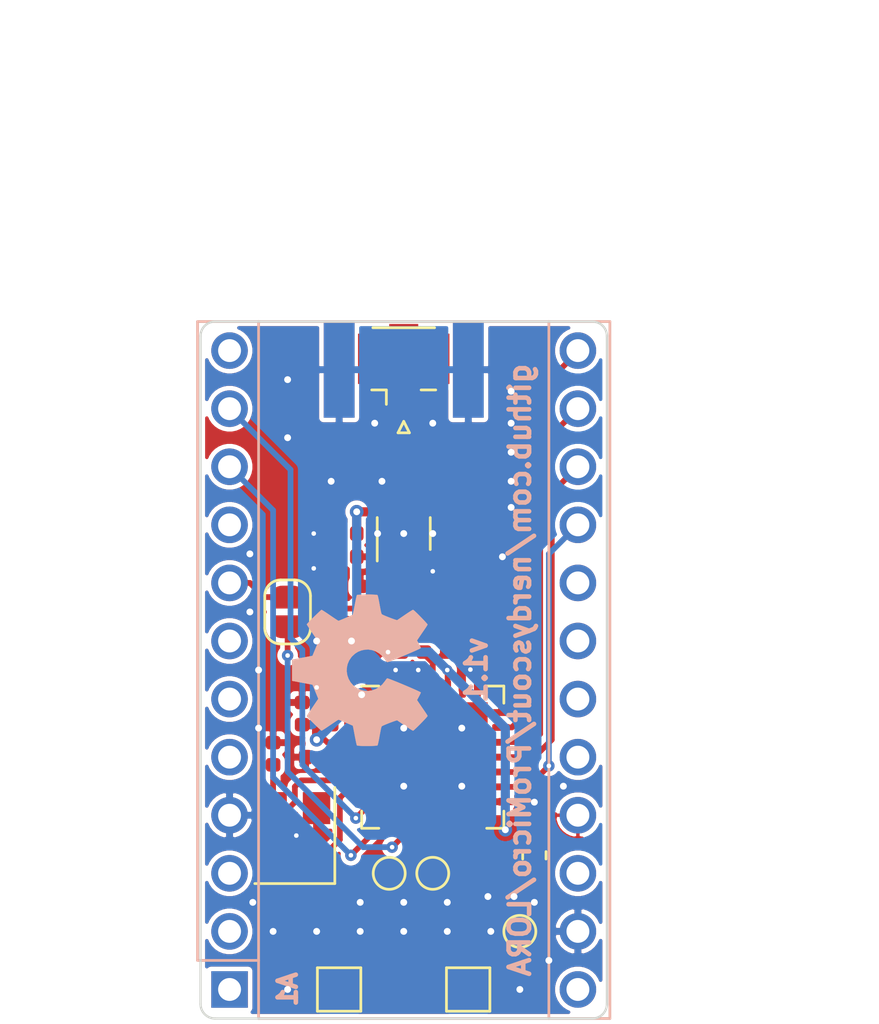
<source format=kicad_pcb>
(kicad_pcb (version 20171130) (host pcbnew 5.1.5+dfsg1-2build2)
  (title_block (title ProMicro_LORA) (date 2020-06-01) (rev v1.1) (company https://twitter.com/nerdyscout84) (comment 1 "CERN Open Hardware Licence v1.2") (comment 2 https://github.com/nerdyscout/ProMicro))
  (layers (0 F.Cu mixed) (31 B.Cu mixed) (34 B.Paste user) (35 F.Paste user) (36 B.SilkS user) (37 F.SilkS user) (38 B.Mask user) (39 F.Mask user) (44 Edge.Cuts user))
  (net 0 "")
  (net 1 GND)
  (net 2 "Net-(C1-Pad1)")
  (net 3 RFO_HF)
  (net 4 "Net-(C3-Pad1)")
  (net 5 "Net-(C4-Pad1)")
  (net 6 "Net-(C12-Pad2)")
  (net 7 "Net-(C6-Pad1)")
  (net 8 "Net-(C7-Pad1)")
  (net 9 "Net-(C12-Pad1)")
  (net 10 "Net-(C9-Pad2)")
  (net 11 "Net-(C10-Pad1)")
  (net 12 "Net-(C11-Pad1)")
  (net 13 "Net-(C13-Pad1)")
  (net 14 +3V3)
  (net 15 "Net-(C20-Pad1)")
  (net 16 "Net-(C21-Pad1)")
  (net 17 VR_PA)
  (net 18 RFI-HF)
  (net 19 "Net-(R1-Pad1)")
  (net 20 SCK)
  (net 21 MISO)
  (net 22 MOSI)
  (net 23 D8)
  (net 24 "Net-(TP2-Pad1)")
  (net 25 "Net-(TP3-Pad1)")
  (net 26 "Net-(TP4-Pad1)")
  (net 27 D10)
  (net 28 "Net-(JP1-Pad1)")
  (net 29 D7)
  (net 30 D5)
  (module Symbol:OSHW-Symbol_6.7x6mm_SilkScreen (layer B.Cu) (at 69.215 77.47 270)
    (fp_text reference LOGO1 hide)
    (fp_text value Logo_Open_Hardware_Small hide)
  )
  (module Package_DFN_QFN:QFN-28-1EP_6x6mm_P0.65mm_EP4.8x4.8mm (layer F.Cu) (at 72.39 81.28)
    (fp_text reference U1 hide)
    (fp_text value SX1276)
    (pad 29 smd rect (at 0 0) (size 4.8 4.8) (layers F.Cu F.Mask) (net 1 GND))
    (pad 28 smd roundrect (at -1.95 -2.9875) (size 0.3 0.775) (layers F.Cu F.Paste F.Mask))
    (pad 27 smd roundrect (at -1.3 -2.9875) (size 0.3 0.775) (layers F.Cu F.Paste F.Mask))
    (pad 26 smd roundrect (at -0.65 -2.9875) (size 0.3 0.775) (layers F.Cu F.Paste F.Mask) (net 1 GND))
    (pad 25 smd roundrect (at 0 -2.9875) (size 0.3 0.775) (layers F.Cu F.Paste F.Mask) (net 17 VR_PA))
    (pad 24 smd roundrect (at 0.65 -2.9875) (size 0.3 0.775) (layers F.Cu F.Paste F.Mask) (net 14 +3V3))
    (pad 23 smd roundrect (at 1.3 -2.9875) (size 0.3 0.775) (layers F.Cu F.Paste F.Mask) (net 1 GND))
    (pad 22 smd roundrect (at 1.95 -2.9875) (size 0.3 0.775) (layers F.Cu F.Paste F.Mask) (net 3 RFO_HF))
    (pad 21 smd roundrect (at 2.9875 -1.95) (size 0.775 0.3) (layers F.Cu F.Paste F.Mask) (net 18 RFI-HF))
    (pad 20 smd roundrect (at 2.9875 -1.3) (size 0.775 0.3) (layers F.Cu F.Paste F.Mask) (net 19 "Net-(R1-Pad1)"))
    (pad 19 smd roundrect (at 2.9875 -0.65) (size 0.775 0.3) (layers F.Cu F.Paste F.Mask) (net 27 D10))
    (pad 18 smd roundrect (at 2.9875 0) (size 0.775 0.3) (layers F.Cu F.Paste F.Mask) (net 22 MOSI))
    (pad 17 smd roundrect (at 2.9875 0.65) (size 0.775 0.3) (layers F.Cu F.Paste F.Mask) (net 21 MISO))
    (pad 16 smd roundrect (at 2.9875 1.3) (size 0.775 0.3) (layers F.Cu F.Paste F.Mask) (net 20 SCK))
    (pad 15 smd roundrect (at 2.9875 1.95) (size 0.775 0.3) (layers F.Cu F.Paste F.Mask) (net 1 GND))
    (pad 14 smd roundrect (at 1.95 2.9875) (size 0.3 0.775) (layers F.Cu F.Paste F.Mask) (net 14 +3V3))
    (pad 13 smd roundrect (at 1.3 2.9875) (size 0.3 0.775) (layers F.Cu F.Paste F.Mask) (net 26 "Net-(TP4-Pad1)"))
    (pad 12 smd roundrect (at 0.65 2.9875) (size 0.3 0.775) (layers F.Cu F.Paste F.Mask))
    (pad 11 smd roundrect (at 0 2.9875) (size 0.3 0.775) (layers F.Cu F.Paste F.Mask) (net 25 "Net-(TP3-Pad1)"))
    (pad 10 smd roundrect (at -0.65 2.9875) (size 0.3 0.775) (layers F.Cu F.Paste F.Mask) (net 24 "Net-(TP2-Pad1)"))
    (pad 9 smd roundrect (at -1.3 2.9875) (size 0.3 0.775) (layers F.Cu F.Paste F.Mask) (net 28 "Net-(JP1-Pad1)"))
    (pad 8 smd roundrect (at -1.95 2.9875) (size 0.3 0.775) (layers F.Cu F.Paste F.Mask) (net 29 D7))
    (pad 7 smd roundrect (at -2.9875 1.95) (size 0.775 0.3) (layers F.Cu F.Paste F.Mask) (net 23 D8))
    (pad 6 smd roundrect (at -2.9875 1.3) (size 0.775 0.3) (layers F.Cu F.Paste F.Mask) (net 2 "Net-(C1-Pad1)"))
    (pad 5 smd roundrect (at -2.9875 0.65) (size 0.775 0.3) (layers F.Cu F.Paste F.Mask) (net 5 "Net-(C4-Pad1)"))
    (pad 4 smd roundrect (at -2.9875 0) (size 0.775 0.3) (layers F.Cu F.Paste F.Mask) (net 15 "Net-(C20-Pad1)"))
    (pad 3 smd roundrect (at -2.9875 -0.65) (size 0.775 0.3) (layers F.Cu F.Paste F.Mask) (net 14 +3V3))
    (pad 2 smd roundrect (at -2.9875 -1.3) (size 0.775 0.3) (layers F.Cu F.Paste F.Mask) (net 16 "Net-(C21-Pad1)"))
    (pad 1 smd roundrect (at -2.9875 -1.95) (size 0.775 0.3) (layers F.Cu F.Paste F.Mask))
  )
  (module Module:Sparkfun_Pro_Micro (layer B.Cu) (at 63.5 91.44)
    (fp_text reference A1 (at 2.54 0 90) (layer B.SilkS) (effects (font (size 0.8 0.8) (thickness 0.2)) (justify mirror)))
    (fp_text value Sparkfun_Pro_Micro_3V3)
    (pad 24 thru_hole oval (at 15.24 0) (size 1.6 1.6) (drill 1) (layers *.Cu *.Mask))
    (pad 23 thru_hole oval (at 15.24 -2.54) (size 1.6 1.6) (drill 1) (layers *.Cu *.Mask) (net 1 GND))
    (pad 22 thru_hole oval (at 15.24 -5.08) (size 1.6 1.6) (drill 1) (layers *.Cu *.Mask))
    (pad 12 thru_hole oval (at 0 -27.94) (size 1.6 1.6) (drill 1) (layers *.Cu *.Mask))
    (pad 21 thru_hole oval (at 15.24 -7.62) (size 1.6 1.6) (drill 1) (layers *.Cu *.Mask) (net 14 +3V3))
    (pad 11 thru_hole oval (at 0 -25.4) (size 1.6 1.6) (drill 1) (layers *.Cu *.Mask) (net 23 D8))
    (pad 20 thru_hole oval (at 15.24 -10.16) (size 1.6 1.6) (drill 1) (layers *.Cu *.Mask))
    (pad 10 thru_hole oval (at 0 -22.86) (size 1.6 1.6) (drill 1) (layers *.Cu *.Mask) (net 29 D7))
    (pad 19 thru_hole oval (at 15.24 -12.7) (size 1.6 1.6) (drill 1) (layers *.Cu *.Mask))
    (pad 9 thru_hole oval (at 0 -20.32) (size 1.6 1.6) (drill 1) (layers *.Cu *.Mask))
    (pad 18 thru_hole oval (at 15.24 -15.24) (size 1.6 1.6) (drill 1) (layers *.Cu *.Mask))
    (pad 8 thru_hole oval (at 0 -17.78) (size 1.6 1.6) (drill 1) (layers *.Cu *.Mask) (net 30 D5))
    (pad 17 thru_hole oval (at 15.24 -17.78) (size 1.6 1.6) (drill 1) (layers *.Cu *.Mask))
    (pad 7 thru_hole oval (at 0 -15.24) (size 1.6 1.6) (drill 1) (layers *.Cu *.Mask))
    (pad 16 thru_hole oval (at 15.24 -20.32) (size 1.6 1.6) (drill 1) (layers *.Cu *.Mask) (net 20 SCK))
    (pad 6 thru_hole oval (at 0 -12.7) (size 1.6 1.6) (drill 1) (layers *.Cu *.Mask))
    (pad 15 thru_hole oval (at 15.24 -22.86) (size 1.6 1.6) (drill 1) (layers *.Cu *.Mask) (net 21 MISO))
    (pad 5 thru_hole oval (at 0 -10.16) (size 1.6 1.6) (drill 1) (layers *.Cu *.Mask))
    (pad 14 thru_hole oval (at 15.24 -25.4) (size 1.6 1.6) (drill 1) (layers *.Cu *.Mask) (net 22 MOSI))
    (pad 4 thru_hole oval (at 0 -7.62) (size 1.6 1.6) (drill 1) (layers *.Cu *.Mask) (net 1 GND))
    (pad 13 thru_hole oval (at 15.24 -27.94) (size 1.6 1.6) (drill 1) (layers *.Cu *.Mask) (net 27 D10))
    (pad 3 thru_hole oval (at 0 -5.08) (size 1.6 1.6) (drill 1) (layers *.Cu *.Mask))
    (pad 2 thru_hole oval (at 0 -2.54) (size 1.6 1.6) (drill 1) (layers *.Cu *.Mask))
    (pad 1 thru_hole rect (at 0 0) (size 1.6 1.6) (drill 1) (layers *.Cu *.Mask))
  )
  (module Connector_Coaxial:U.FL_Hirose_U.FL-R-SMT-1_Vertical (layer F.Cu) (at 71.12 64.335 90)
    (fp_text reference J1 hide)
    (fp_text value SMA)
    (pad 2 smd rect (at 0.475 -1.475 90) (size 2.2 1.05) (layers F.Cu F.Paste F.Mask) (net 1 GND))
    (pad 1 smd rect (at -1.05 0 90) (size 1.05 1) (layers F.Cu F.Paste F.Mask) (net 12 "Net-(C11-Pad1)"))
    (pad 2 smd rect (at 0.475 1.475 90) (size 2.2 1.05) (layers F.Cu F.Paste F.Mask) (net 1 GND))
  )
  (module Jumper:SolderJumper-2_P1.3mm_Open_RoundedPad1.0x1.5mm (layer F.Cu) (at 66.04 74.93 90)
    (fp_text reference JP1 hide)
    (fp_text value SolderJumper_2_Open hide)
    (pad 2 smd custom (at 0.65 0 90) (size 1 0.5) (layers F.Cu F.Mask) (net 30 D5) (options (clearance outline) (anchor rect)) (primitives (gr_circle (center 0 0.25) (end 0.5 0.25) (width 0)) (gr_circle (center 0 -0.25) (end 0.5 -0.25) (width 0)) (gr_poly (pts (xy 0 -0.75) (xy -0.5 -0.75) (xy -0.5 0.75) (xy 0 0.75)) (width 0))))
    (pad 1 smd custom (at -0.65 0 90) (size 1 0.5) (layers F.Cu F.Mask) (net 28 "Net-(JP1-Pad1)") (options (clearance outline) (anchor rect)) (primitives (gr_circle (center 0 0.25) (end 0.5 0.25) (width 0)) (gr_circle (center 0 -0.25) (end 0.5 -0.25) (width 0)) (gr_poly (pts (xy 0 -0.75) (xy 0.5 -0.75) (xy 0.5 0.75) (xy 0 0.75)) (width 0))))
  )
  (module Capacitor_SMD:C_0402_1005Metric (layer F.Cu) (at 72.009 76.2 90)
    (fp_text reference C25 hide)
    (fp_text value F hide)
    (pad 2 smd roundrect (at 0.485 0 90) (size 0.59 0.64) (layers F.Cu F.Paste F.Mask) (net 1 GND))
    (pad 1 smd roundrect (at -0.485 0 90) (size 0.59 0.64) (layers F.Cu F.Paste F.Mask) (net 17 VR_PA))
  )
  (module Capacitor_SMD:C_0402_1005Metric (layer F.Cu) (at 75.438 74.295 90)
    (fp_text reference C24 hide)
    (fp_text value DNP hide)
    (pad 2 smd roundrect (at 0.485 0 90) (size 0.59 0.64) (layers F.Cu F.Paste F.Mask) (net 1 GND))
    (pad 1 smd roundrect (at -0.485 0 90) (size 0.59 0.64) (layers F.Cu F.Paste F.Mask) (net 18 RFI-HF))
  )
  (module TestPoint:TestPoint_Pad_1.5x1.5mm (layer F.Cu) (at 73.9394 91.44)
    (fp_text reference TP6 hide)
    (fp_text value TestPoint hide)
    (pad 1 smd rect (at 0 0) (size 1.5 1.5) (layers F.Cu F.Mask) (net 1 GND))
  )
  (module TestPoint:TestPoint_Pad_1.5x1.5mm (layer F.Cu) (at 68.29298 91.44)
    (fp_text reference TP5 hide)
    (fp_text value TestPoint hide)
    (pad 1 smd rect (at 0 0) (size 1.5 1.5) (layers F.Cu F.Mask) (net 1 GND))
  )
  (module Capacitor_SMD:C_0402_1005Metric (layer F.Cu) (at 68.58 71.501 180)
    (fp_text reference C14 hide)
    (fp_text value 1nF hide)
    (pad 2 smd roundrect (at 0.485 0 180) (size 0.59 0.64) (layers F.Cu F.Paste F.Mask) (net 1 GND))
    (pad 1 smd roundrect (at -0.485 0 180) (size 0.59 0.64) (layers F.Cu F.Paste F.Mask) (net 14 +3V3))
  )
  (module Capacitor_SMD:C_0402_1005Metric (layer F.Cu) (at 73.81 69.215)
    (fp_text reference C13 hide)
    (fp_text value 1nF hide)
    (pad 2 smd roundrect (at 0.485 0) (size 0.59 0.64) (layers F.Cu F.Paste F.Mask) (net 1 GND))
    (pad 1 smd roundrect (at -0.485 0) (size 0.59 0.64) (layers F.Cu F.Paste F.Mask) (net 13 "Net-(C13-Pad1)"))
  )
  (module Capacitor_SMD:C_0402_1005Metric (layer F.Cu) (at 69.215 74.295 270)
    (fp_text reference C12 hide)
    (fp_text value 1.2pF hide)
    (pad 2 smd roundrect (at 0.485 0 270) (size 0.59 0.64) (layers F.Cu F.Paste F.Mask) (net 6 "Net-(C12-Pad2)"))
    (pad 1 smd roundrect (at -0.485 0 270) (size 0.59 0.64) (layers F.Cu F.Paste F.Mask) (net 9 "Net-(C12-Pad1)"))
  )
  (module Capacitor_SMD:C_0402_1005Metric (layer F.Cu) (at 69.215 67.945 180)
    (fp_text reference C11 hide)
    (fp_text value DNP hide)
    (pad 2 smd roundrect (at 0.485 0 180) (size 0.59 0.64) (layers F.Cu F.Paste F.Mask) (net 1 GND))
    (pad 1 smd roundrect (at -0.485 0 180) (size 0.59 0.64) (layers F.Cu F.Paste F.Mask) (net 12 "Net-(C11-Pad1)"))
  )
  (module Capacitor_SMD:C_0402_1005Metric (layer F.Cu) (at 73.81 67.945)
    (fp_text reference C10 hide)
    (fp_text value DNP hide)
    (pad 2 smd roundrect (at 0.485 0) (size 0.59 0.64) (layers F.Cu F.Paste F.Mask) (net 1 GND))
    (pad 1 smd roundrect (at -0.485 0) (size 0.59 0.64) (layers F.Cu F.Paste F.Mask) (net 11 "Net-(C10-Pad1)"))
  )
  (module Capacitor_SMD:C_0402_1005Metric (layer F.Cu) (at 71.605 69.215 180)
    (fp_text reference C9 hide)
    (fp_text value 47p hide)
    (pad 2 smd roundrect (at 0.485 0 180) (size 0.59 0.64) (layers F.Cu F.Paste F.Mask) (net 10 "Net-(C9-Pad2)"))
    (pad 1 smd roundrect (at -0.485 0 180) (size 0.59 0.64) (layers F.Cu F.Paste F.Mask) (net 11 "Net-(C10-Pad1)"))
  )
  (module Capacitor_SMD:C_0402_1005Metric (layer F.Cu) (at 68.58 72.517 180)
    (fp_text reference C8 hide)
    (fp_text value 1.8pF hide)
    (pad 2 smd roundrect (at 0.485 0 180) (size 0.59 0.64) (layers F.Cu F.Paste F.Mask) (net 1 GND))
    (pad 1 smd roundrect (at -0.485 0 180) (size 0.59 0.64) (layers F.Cu F.Paste F.Mask) (net 9 "Net-(C12-Pad1)"))
  )
  (module Capacitor_SMD:C_0402_1005Metric (layer F.Cu) (at 73.81 72.517)
    (fp_text reference C7 hide)
    (fp_text value 47pF hide)
    (pad 2 smd roundrect (at 0.485 0) (size 0.59 0.64) (layers F.Cu F.Paste F.Mask) (net 7 "Net-(C6-Pad1)"))
    (pad 1 smd roundrect (at -0.485 0) (size 0.59 0.64) (layers F.Cu F.Paste F.Mask) (net 8 "Net-(C7-Pad1)"))
  )
  (module Capacitor_SMD:C_0402_1005Metric (layer F.Cu) (at 73.81 71.501 180)
    (fp_text reference C6 hide)
    (fp_text value 3.3pF hide)
    (pad 1 smd roundrect (at -0.485 0 180) (size 0.59 0.64) (layers F.Cu F.Paste F.Mask) (net 7 "Net-(C6-Pad1)"))
    (pad 2 smd roundrect (at 0.485 0 180) (size 0.59 0.64) (layers F.Cu F.Paste F.Mask) (net 1 GND))
  )
  (module Capacitor_SMD:C_0402_1005Metric (layer F.Cu) (at 67.945 74.295 90)
    (fp_text reference C5 hide)
    (fp_text value 4.7pF hide)
    (pad 2 smd roundrect (at 0.485 0 90) (size 0.59 0.64) (layers F.Cu F.Paste F.Mask) (net 1 GND))
    (pad 1 smd roundrect (at -0.485 0 90) (size 0.59 0.64) (layers F.Cu F.Paste F.Mask) (net 6 "Net-(C12-Pad2)"))
  )
  (module Capacitor_SMD:C_0402_1005Metric (layer F.Cu) (at 73.025 74.295 270)
    (fp_text reference C3 hide)
    (fp_text value 33pF hide)
    (pad 2 smd roundrect (at 0.485 0 270) (size 0.59 0.64) (layers F.Cu F.Paste F.Mask) (net 3 RFO_HF))
    (pad 1 smd roundrect (at -0.485 0 270) (size 0.59 0.64) (layers F.Cu F.Paste F.Mask) (net 4 "Net-(C3-Pad1)"))
  )
  (module Capacitor_SMD:C_0402_1005Metric (layer F.Cu) (at 74.295 76.2 90)
    (fp_text reference C2 hide)
    (fp_text value 1.5pF hide)
    (pad 2 smd roundrect (at 0.485 0 90) (size 0.59 0.64) (layers F.Cu F.Paste F.Mask) (net 3 RFO_HF))
    (pad 1 smd roundrect (at -0.485 0 90) (size 0.59 0.64) (layers F.Cu F.Paste F.Mask) (net 1 GND))
  )
  (module Package_TO_SOT_SMD:SOT-363_SC-70-6 (layer F.Cu) (at 71.12 71.501 90)
    (fp_text reference U2 hide)
    (fp_text value AS179-92LF hide)
    (pad 6 smd rect (at 0.95 -0.65 90) (size 0.65 0.4) (layers F.Cu F.Paste F.Mask) (net 14 +3V3))
    (pad 4 smd rect (at 0.95 0.65 90) (size 0.65 0.4) (layers F.Cu F.Paste F.Mask) (net 13 "Net-(C13-Pad1)"))
    (pad 2 smd rect (at -0.95 0 90) (size 0.65 0.4) (layers F.Cu F.Paste F.Mask) (net 1 GND))
    (pad 5 smd rect (at 0.95 0 90) (size 0.65 0.4) (layers F.Cu F.Paste F.Mask) (net 10 "Net-(C9-Pad2)"))
    (pad 3 smd rect (at -0.95 0.65 90) (size 0.65 0.4) (layers F.Cu F.Paste F.Mask) (net 8 "Net-(C7-Pad1)"))
    (pad 1 smd rect (at -0.95 -0.65 90) (size 0.65 0.4) (layers F.Cu F.Paste F.Mask) (net 9 "Net-(C12-Pad1)"))
  )
  (module Resistor_SMD:R_0402_1005Metric (layer F.Cu) (at 73.81 70.485 180)
    (fp_text reference R1 hide)
    (fp_text value 1k hide)
    (pad 2 smd roundrect (at 0.485 0 180) (size 0.59 0.64) (layers F.Cu F.Paste F.Mask) (net 13 "Net-(C13-Pad1)"))
    (pad 1 smd roundrect (at -0.485 0 180) (size 0.59 0.64) (layers F.Cu F.Paste F.Mask) (net 19 "Net-(R1-Pad1)"))
  )
  (module Inductor_SMD:L_0402_1005Metric (layer F.Cu) (at 71.605 67.945 180)
    (fp_text reference L5 hide)
    (fp_text value 0R hide)
    (pad 2 smd roundrect (at 0.485 0 180) (size 0.59 0.64) (layers F.Cu F.Paste F.Mask) (net 12 "Net-(C11-Pad1)"))
    (pad 1 smd roundrect (at -0.485 0 180) (size 0.59 0.64) (layers F.Cu F.Paste F.Mask) (net 11 "Net-(C10-Pad1)"))
  )
  (module Inductor_SMD:L_0402_1005Metric (layer F.Cu) (at 70.485 74.295 90)
    (fp_text reference L4 hide)
    (fp_text value 6.2nH hide)
    (pad 2 smd roundrect (at 0.485 0 90) (size 0.59 0.64) (layers F.Cu F.Paste F.Mask) (net 9 "Net-(C12-Pad1)"))
    (pad 1 smd roundrect (at -0.485 0 90) (size 0.59 0.64) (layers F.Cu F.Paste F.Mask) (net 6 "Net-(C12-Pad2)"))
  )
  (module Inductor_SMD:L_0402_1005Metric (layer F.Cu) (at 74.295 74.295 90)
    (fp_text reference L3 hide)
    (fp_text value 10nH hide)
    (pad 2 smd roundrect (at 0.485 0 90) (size 0.59 0.64) (layers F.Cu F.Paste F.Mask) (net 7 "Net-(C6-Pad1)"))
    (pad 1 smd roundrect (at -0.485 0 90) (size 0.59 0.64) (layers F.Cu F.Paste F.Mask) (net 18 RFI-HF))
  )
  (module Inductor_SMD:L_0402_1005Metric (layer F.Cu) (at 71.755 74.295 270)
    (fp_text reference L2 hide)
    (fp_text value 10nH hide)
    (pad 2 smd roundrect (at 0.485 0 270) (size 0.59 0.64) (layers F.Cu F.Paste F.Mask) (net 6 "Net-(C12-Pad2)"))
    (pad 1 smd roundrect (at -0.485 0 270) (size 0.59 0.64) (layers F.Cu F.Paste F.Mask) (net 4 "Net-(C3-Pad1)"))
  )
  (module Inductor_SMD:L_0402_1005Metric (layer F.Cu) (at 73.025 76.2 90)
    (fp_text reference L1 hide)
    (fp_text value 33nH hide)
    (pad 2 smd roundrect (at 0.485 0 90) (size 0.59 0.64) (layers F.Cu F.Paste F.Mask) (net 3 RFO_HF))
    (pad 1 smd roundrect (at -0.485 0 90) (size 0.59 0.64) (layers F.Cu F.Paste F.Mask) (net 17 VR_PA))
  )
  (module Connector_Coaxial:SMA_Samtec_SMA-J-P-H-ST-EM1_EdgeMount (layer F.Cu) (at 71.12 64.335 90)
    (fp_text reference J2 hide)
    (fp_text value COAX)
    (pad 1 smd rect (at 0.2 0 180) (size 1.27 3.6) (layers F.Cu F.Paste F.Mask) (net 12 "Net-(C11-Pad1)"))
    (pad 2 smd rect (at 0 -2.825 180) (size 1.35 4.2) (layers F.Cu F.Paste F.Mask) (net 1 GND))
    (pad 2 smd rect (at 0 2.825 180) (size 1.35 4.2) (layers F.Cu F.Paste F.Mask) (net 1 GND))
    (pad 2 smd rect (at 0 -2.825 180) (size 1.35 4.2) (layers B.Cu B.Paste B.Mask) (net 1 GND))
    (pad 2 smd rect (at 0 2.825 180) (size 1.35 4.2) (layers B.Cu B.Paste B.Mask) (net 1 GND))
  )
  (module TestPoint:TestPoint_Pad_D1.0mm (layer F.Cu) (at 76.2 88.9)
    (fp_text reference TP4 hide)
    (fp_text value DIO5)
    (pad 1 smd circle (at 0 0) (size 1 1) (layers F.Cu F.Mask) (net 26 "Net-(TP4-Pad1)"))
  )
  (module TestPoint:TestPoint_Pad_D1.0mm (layer F.Cu) (at 72.39 86.36)
    (fp_text reference TP3 hide)
    (fp_text value DIO3)
    (pad 1 smd circle (at 0 0) (size 1 1) (layers F.Cu F.Mask) (net 25 "Net-(TP3-Pad1)"))
  )
  (module TestPoint:TestPoint_Pad_D1.0mm (layer F.Cu) (at 70.485 86.36)
    (fp_text reference TP2 hide)
    (fp_text value DIO2)
    (pad 1 smd circle (at 0 0) (size 1 1) (layers F.Cu F.Mask) (net 24 "Net-(TP2-Pad1)"))
  )
  (module Capacitor_SMD:C_0603_1608Metric (layer F.Cu) (at 76.835 85.5725 270)
    (fp_text reference C23 hide)
    (fp_text value 10µ hide)
    (pad 2 smd roundrect (at 0.7875 0 270) (size 0.875 0.95) (layers F.Cu F.Paste F.Mask) (net 1 GND))
    (pad 1 smd roundrect (at -0.7875 0 270) (size 0.875 0.95) (layers F.Cu F.Paste F.Mask) (net 14 +3V3))
  )
  (module Crystal:Crystal_SMD_SeikoEpson_FA238V-4Pin_3.2x2.5mm (layer F.Cu) (at 66.355 84.709 90)
    (fp_text reference Y1 hide)
    (fp_text value 32Mhz hide)
    (pad 4 smd rect (at -1.2 -0.95 90) (size 1.4 1.2) (layers F.Cu F.Paste F.Mask) (net 1 GND))
    (pad 3 smd rect (at 1.2 -0.95 90) (size 1.4 1.2) (layers F.Cu F.Paste F.Mask) (net 5 "Net-(C4-Pad1)"))
    (pad 2 smd rect (at 1.2 0.95 90) (size 1.4 1.2) (layers F.Cu F.Paste F.Mask) (net 1 GND))
    (pad 1 smd rect (at -1.2 0.95 90) (size 1.4 1.2) (layers F.Cu F.Paste F.Mask) (net 2 "Net-(C1-Pad1)"))
  )
  (module Capacitor_SMD:C_0402_1005Metric (layer F.Cu) (at 75.565 85.875 270)
    (fp_text reference C22 hide)
    (fp_text value 1µ hide)
    (pad 1 smd roundrect (at -0.485 0 270) (size 0.59 0.64) (layers F.Cu F.Paste F.Mask) (net 14 +3V3))
    (pad 2 smd roundrect (at 0.485 0 270) (size 0.59 0.64) (layers F.Cu F.Paste F.Mask) (net 1 GND))
  )
  (module Capacitor_SMD:C_0402_1005Metric (layer F.Cu) (at 67.31 77.47 180)
    (fp_text reference C21 hide)
    (fp_text value 100n hide)
    (pad 2 smd roundrect (at 0.485 0 180) (size 0.59 0.64) (layers F.Cu F.Paste F.Mask) (net 1 GND))
    (pad 1 smd roundrect (at -0.485 0 180) (size 0.59 0.64) (layers F.Cu F.Paste F.Mask) (net 16 "Net-(C21-Pad1)"))
  )
  (module Capacitor_SMD:C_0402_1005Metric (layer F.Cu) (at 67.31 81.28 180)
    (fp_text reference C20 hide)
    (fp_text value 100n hide)
    (pad 2 smd roundrect (at 0.485 0 180) (size 0.59 0.64) (layers F.Cu F.Paste F.Mask) (net 1 GND))
    (pad 1 smd roundrect (at -0.485 0 180) (size 0.59 0.64) (layers F.Cu F.Paste F.Mask) (net 15 "Net-(C20-Pad1)"))
  )
  (module Capacitor_SMD:C_0402_1005Metric (layer F.Cu) (at 67.945 79.375 270)
    (fp_text reference C19 hide)
    (fp_text value 100n hide)
    (pad 2 smd roundrect (at 0.485 0 270) (size 0.59 0.64) (layers F.Cu F.Paste F.Mask) (net 14 +3V3))
    (pad 1 smd roundrect (at -0.485 0 270) (size 0.59 0.64) (layers F.Cu F.Paste F.Mask) (net 1 GND))
  )
  (module Capacitor_SMD:C_0402_1005Metric (layer F.Cu) (at 66.675 79.375 90)
    (fp_text reference C18 hide)
    (fp_text value 47p hide)
    (pad 2 smd roundrect (at 0.485 0 90) (size 0.59 0.64) (layers F.Cu F.Paste F.Mask) (net 1 GND))
    (pad 1 smd roundrect (at -0.485 0 90) (size 0.59 0.64) (layers F.Cu F.Paste F.Mask) (net 14 +3V3))
  )
  (module Capacitor_SMD:C_0402_1005Metric (layer F.Cu) (at 74.295 85.875 90)
    (fp_text reference C17 hide)
    (fp_text value 100n hide)
    (pad 2 smd roundrect (at 0.485 0 90) (size 0.59 0.64) (layers F.Cu F.Paste F.Mask) (net 14 +3V3))
    (pad 1 smd roundrect (at -0.485 0 90) (size 0.59 0.64) (layers F.Cu F.Paste F.Mask) (net 1 GND))
  )
  (module Capacitor_SMD:C_0402_1005Metric (layer F.Cu) (at 69.85 76.2 270)
    (fp_text reference C16 hide)
    (fp_text value 100n hide)
    (pad 2 smd roundrect (at 0.485 0 270) (size 0.59 0.64) (layers F.Cu F.Paste F.Mask) (net 14 +3V3))
    (pad 1 smd roundrect (at -0.485 0 270) (size 0.59 0.64) (layers F.Cu F.Paste F.Mask) (net 1 GND))
  )
  (module Capacitor_SMD:C_0402_1005Metric (layer F.Cu) (at 70.993 76.2 90)
    (fp_text reference C15 hide)
    (fp_text value 47p hide)
    (pad 2 smd roundrect (at 0.485 0 90) (size 0.59 0.64) (layers F.Cu F.Paste F.Mask) (net 1 GND))
    (pad 1 smd roundrect (at -0.485 0 90) (size 0.59 0.64) (layers F.Cu F.Paste F.Mask) (net 14 +3V3))
  )
  (module Capacitor_SMD:C_0402_1005Metric (layer F.Cu) (at 65.405 81.13 90)
    (fp_text reference C4 hide)
    (fp_text value 15p hide)
    (pad 2 smd roundrect (at 0.485 0 90) (size 0.59 0.64) (layers F.Cu F.Paste F.Mask) (net 1 GND))
    (pad 1 smd roundrect (at -0.485 0 90) (size 0.59 0.64) (layers F.Cu F.Paste F.Mask) (net 5 "Net-(C4-Pad1)"))
  )
  (module Capacitor_SMD:C_0402_1005Metric (layer F.Cu) (at 66.04 87.63 180)
    (fp_text reference C1 hide)
    (fp_text value 15p hide)
    (pad 2 smd roundrect (at 0.485 0 180) (size 0.59 0.64) (layers F.Cu F.Paste F.Mask) (net 1 GND))
    (pad 1 smd roundrect (at -0.485 0 180) (size 0.59 0.64) (layers F.Cu F.Paste F.Mask) (net 2 "Net-(C1-Pad1)"))
  )
  (gr_line (start 62.23 62.865) (end 62.23 92.075) (layer Edge.Cuts) (width 0.1))
  (gr_line (start 80.01 62.865) (end 80.01 92.075) (layer Edge.Cuts) (width 0.1))
  (gr_text v1.1 (at 74.295 77.47 90) (layer B.SilkS) (effects (font (size 0.9 0.9) (thickness 0.2)) (justify mirror)))
  (gr_arc (start 62.865 62.865) (end 62.865 62.23) (angle -90) (layer Edge.Cuts) (width 0.1))
  (gr_arc (start 79.375 62.865) (end 80.01 62.865) (angle -90) (layer Edge.Cuts) (width 0.1))
  (gr_line (start 62.865 62.23) (end 79.375 62.23) (layer Edge.Cuts) (width 0.1))
  (gr_arc (start 79.375 92.075) (end 79.375 92.71) (angle -90) (layer Edge.Cuts) (width 0.1))
  (gr_arc (start 62.865 92.075) (end 62.23 92.075) (angle -90) (layer Edge.Cuts) (width 0.1))
  (gr_text github.com/nerdyscout/ProMicro/LORA (at 76.2 77.47 90) (layer B.SilkS) (effects (font (size 0.9 0.9) (thickness 0.2)) (justify mirror)))
  (gr_line (start 79.375 92.71) (end 62.865 92.71) (layer Edge.Cuts) (width 0.1))
  (via (at 76.835 87.63) (size 0.6) (drill 0.3) (layers F.Cu B.Cu) (net 1))
  (via (at 65.405 88.9) (size 0.6) (drill 0.3) (layers F.Cu B.Cu) (net 1))
  (via (at 77.47 90.17) (size 0.6) (drill 0.3) (layers F.Cu B.Cu) (net 1))
  (via (at 76.2 91.44) (size 0.6) (drill 0.3) (layers F.Cu B.Cu) (net 1))
  (via (at 74.93 88.9) (size 0.6) (drill 0.3) (layers F.Cu B.Cu) (net 1))
  (via (at 73.025 88.9) (size 0.6) (drill 0.3) (layers F.Cu B.Cu) (net 1))
  (via (at 71.12 88.9) (size 0.6) (drill 0.3) (layers F.Cu B.Cu) (net 1))
  (via (at 69.215 88.9) (size 0.6) (drill 0.3) (layers F.Cu B.Cu) (net 1))
  (via (at 66.04 91.44) (size 0.6) (drill 0.3) (layers F.Cu B.Cu) (net 1))
  (via (at 78.105 82.55) (size 0.6) (drill 0.3) (layers F.Cu B.Cu) (net 1))
  (via (at 71.12 71.501) (size 0.6) (drill 0.3) (layers F.Cu B.Cu) (net 1))
  (via (at 72.39 73.152) (size 0.5) (drill 0.2) (layers F.Cu B.Cu) (net 1))
  (via (at 72.39 71.501) (size 0.6) (drill 0.3) (layers F.Cu B.Cu) (net 1))
  (via (at 75.819 70.358) (size 0.6) (drill 0.3) (layers F.Cu B.Cu) (net 1))
  (via (at 75.819 69.215) (size 0.6) (drill 0.3) (layers F.Cu B.Cu) (net 1))
  (via (at 75.819 67.945) (size 0.6) (drill 0.3) (layers F.Cu B.Cu) (net 1))
  (via (at 76.835 83.2485) (size 0.6) (drill 0.3) (layers F.Cu B.Cu) (net 1))
  (via (at 71.755 77.47) (size 0.45) (drill 0.2) (layers F.Cu B.Cu) (net 1))
  (via (at 74.036216 77.449384) (size 0.45) (drill 0.2) (layers F.Cu B.Cu) (net 1))
  (via (at 67.31 78.232) (size 0.5) (drill 0.2) (layers F.Cu B.Cu) (net 1))
  (via (at 69.977 71.501) (size 0.6) (drill 0.3) (layers F.Cu B.Cu) (net 1))
  (via (at 69.85 66.675) (size 0.6) (drill 0.3) (layers F.Cu B.Cu) (net 1))
  (via (at 72.39 66.675) (size 0.6) (drill 0.3) (layers F.Cu B.Cu) (net 1))
  (via (at 75.819 66.675) (size 0.6) (drill 0.3) (layers F.Cu B.Cu) (net 1))
  (via (at 75.819 65.278) (size 0.6) (drill 0.3) (layers F.Cu B.Cu) (net 1))
  (via (at 64.516 87.63) (size 0.6) (drill 0.3) (layers F.Cu B.Cu) (net 1))
  (via (at 66.04 64.77) (size 0.6) (drill 0.3) (layers F.Cu B.Cu) (net 1))
  (via (at 64.77 77.47) (size 0.6) (drill 0.3) (layers F.Cu B.Cu) (net 1))
  (via (at 64.389 74.93) (size 0.6) (drill 0.3) (layers F.Cu B.Cu) (net 1))
  (via (at 67.945 69.215) (size 0.6) (drill 0.3) (layers F.Cu B.Cu) (net 1))
  (via (at 66.04 67.31) (size 0.6) (drill 0.3) (layers F.Cu B.Cu) (net 1))
  (via (at 67.31 76.2) (size 0.6) (drill 0.3) (layers F.Cu B.Cu) (net 1))
  (via (at 70.1675 69.215) (size 0.6) (drill 0.3) (layers F.Cu B.Cu) (net 1))
  (via (at 70.7644 77.47) (size 0.45) (drill 0.2) (layers F.Cu B.Cu) (net 1))
  (via (at 69.215 87.63) (size 0.6) (drill 0.3) (layers F.Cu B.Cu) (net 1))
  (via (at 71.12 87.63) (size 0.6) (drill 0.3) (layers F.Cu B.Cu) (net 1))
  (via (at 73.025 87.63) (size 0.6) (drill 0.3) (layers F.Cu B.Cu) (net 1))
  (via (at 71.12 80.01) (size 0.6) (drill 0.3) (layers F.Cu B.Cu) (net 1))
  (via (at 71.12 82.55) (size 0.6) (drill 0.3) (layers F.Cu B.Cu) (net 1))
  (via (at 73.66 82.55) (size 0.6) (drill 0.3) (layers F.Cu B.Cu) (net 1))
  (via (at 73.66 80.01) (size 0.6) (drill 0.3) (layers F.Cu B.Cu) (net 1))
  (via (at 64.77 80.01) (size 0.6) (drill 0.3) (layers F.Cu B.Cu) (net 1))
  (via (at 67.31 88.9) (size 0.6) (drill 0.3) (layers F.Cu B.Cu) (net 1))
  (via (at 75.438 72.517) (size 0.6) (drill 0.3) (layers F.Cu B.Cu) (net 1))
  (segment (start 72.009 75.715) (end 71.016 75.715) (width 0.4) (layer F.Cu) (net 1))
  (segment (start 70.993 75.715) (end 69.873 75.715) (width 0.4) (layer F.Cu) (net 1))
  (segment (start 69.873 75.715) (end 69.85 75.692) (width 0.4) (layer F.Cu) (net 1))
  (via (at 75.946 87.376) (size 0.6) (drill 0.3) (layers F.Cu B.Cu) (net 1))
  (via (at 74.803 87.376) (size 0.6) (drill 0.3) (layers F.Cu B.Cu) (net 1))
  (via (at 67.183 73.025) (size 0.5) (drill 0.2) (layers F.Cu B.Cu) (net 1))
  (via (at 67.183 71.501) (size 0.5) (drill 0.2) (layers F.Cu B.Cu) (net 1))
  (via (at 66.421 84.709) (size 0.5) (drill 0.2) (layers F.Cu B.Cu) (net 1))
  (via (at 68.834 76.2) (size 0.6) (drill 0.3) (layers F.Cu B.Cu) (net 1))
  (via (at 64.389 72.39) (size 0.6) (drill 0.3) (layers F.Cu B.Cu) (net 1))
  (segment (start 68.326 83.058) (end 68.326 84.888) (width 0.25) (layer F.Cu) (net 2))
  (segment (start 68.326 84.888) (end 67.305 85.909) (width 0.25) (layer F.Cu) (net 2))
  (segment (start 68.804 82.58) (end 68.326 83.058) (width 0.25) (layer F.Cu) (net 2))
  (segment (start 69.4025 82.58) (end 68.804 82.58) (width 0.25) (layer F.Cu) (net 2))
  (segment (start 67.305 87.3175) (end 67.305 85.909) (width 0.25) (layer F.Cu) (net 2))
  (segment (start 66.525 87.63) (end 66.9925 87.63) (width 0.25) (layer F.Cu) (net 2))
  (segment (start 66.9925 87.63) (end 67.305 87.3175) (width 0.25) (layer F.Cu) (net 2))
  (segment (start 74.7625 75.715) (end 75.057 76.0095) (width 0.25) (layer F.Cu) (net 3))
  (segment (start 75.057 76.0095) (end 75.057 77.978) (width 0.25) (layer F.Cu) (net 3))
  (segment (start 74.295 75.715) (end 74.7625 75.715) (width 0.25) (layer F.Cu) (net 3))
  (segment (start 74.7425 78.2925) (end 74.34 78.2925) (width 0.25) (layer F.Cu) (net 3))
  (segment (start 75.057 77.978) (end 74.7425 78.2925) (width 0.25) (layer F.Cu) (net 3))
  (segment (start 73.025 75.715) (end 73.51 75.715) (width 0.25) (layer F.Cu) (net 3))
  (segment (start 74.295 75.715) (end 73.51 75.715) (width 0.25) (layer F.Cu) (net 3))
  (segment (start 73.025 75.715) (end 73.025 74.93) (width 0.25) (layer F.Cu) (net 3))
  (segment (start 73.025 73.81) (end 72.54 73.81) (width 0.25) (layer F.Cu) (net 4))
  (segment (start 71.755 73.81) (end 72.54 73.81) (width 0.25) (layer F.Cu) (net 4))
  (segment (start 66.632998 82.296) (end 68.326 82.296) (width 0.25) (layer F.Cu) (net 5))
  (segment (start 66.3575 82.571498) (end 66.632998 82.296) (width 0.25) (layer F.Cu) (net 5))
  (segment (start 65.405 83.509) (end 66.097 83.509) (width 0.25) (layer F.Cu) (net 5))
  (segment (start 68.326 82.296) (end 68.692 81.93) (width 0.25) (layer F.Cu) (net 5))
  (segment (start 66.3575 83.2485) (end 66.3575 82.571498) (width 0.25) (layer F.Cu) (net 5))
  (segment (start 66.097 83.509) (end 66.3575 83.2485) (width 0.25) (layer F.Cu) (net 5))
  (segment (start 68.692 81.93) (end 69.4025 81.93) (width 0.25) (layer F.Cu) (net 5))
  (segment (start 65.405 81.615) (end 65.405 82.423) (width 0.25) (layer F.Cu) (net 5))
  (segment (start 65.405 83.509) (end 65.405 82.423) (width 0.25) (layer F.Cu) (net 5))
  (segment (start 71.755 74.78) (end 71.27 74.78) (width 0.25) (layer F.Cu) (net 6))
  (segment (start 70.485 74.78) (end 71.27 74.78) (width 0.25) (layer F.Cu) (net 6))
  (segment (start 70.485 74.78) (end 70 74.78) (width 0.25) (layer F.Cu) (net 6))
  (segment (start 69.215 74.78) (end 70 74.78) (width 0.25) (layer F.Cu) (net 6))
  (segment (start 67.945 74.78) (end 68.43 74.78) (width 0.25) (layer F.Cu) (net 6))
  (segment (start 69.215 74.78) (end 68.43 74.78) (width 0.25) (layer F.Cu) (net 6))
  (segment (start 74.295 72.517) (end 74.295 73.152) (width 0.25) (layer F.Cu) (net 7))
  (segment (start 74.295 73.81) (end 74.295 73.152) (width 0.25) (layer F.Cu) (net 7))
  (segment (start 74.295 71.501) (end 74.295 72.517) (width 0.25) (layer F.Cu) (net 7))
  (segment (start 71.77 72.451) (end 72.324 72.451) (width 0.25) (layer F.Cu) (net 8))
  (segment (start 72.39 72.517) (end 72.324 72.451) (width 0.25) (layer F.Cu) (net 8))
  (segment (start 73.325 72.517) (end 72.39 72.517) (width 0.25) (layer F.Cu) (net 8))
  (segment (start 71.12 70.551) (end 71.12 69.215) (width 0.4) (layer F.Cu) (net 10))
  (segment (start 72.09 69.215) (end 72.09 68.626) (width 0.4) (layer F.Cu) (net 11))
  (segment (start 72.09 67.945) (end 72.09 68.626) (width 0.4) (layer F.Cu) (net 11))
  (segment (start 73.325 67.945) (end 72.771 67.945) (width 0.25) (layer F.Cu) (net 11))
  (segment (start 72.09 67.945) (end 72.771 67.945) (width 0.25) (layer F.Cu) (net 11))
  (segment (start 71.12 67.945) (end 71.12 66.675) (width 0.4) (layer F.Cu) (net 12))
  (segment (start 71.12 64.135) (end 71.12 66.675) (width 0.4) (layer F.Cu) (net 12))
  (segment (start 69.7 67.945) (end 70.485 67.945) (width 0.25) (layer F.Cu) (net 12))
  (segment (start 71.12 67.945) (end 70.485 67.945) (width 0.25) (layer F.Cu) (net 12))
  (segment (start 73.325 69.769) (end 73.325 69.215) (width 0.25) (layer F.Cu) (net 13))
  (segment (start 73.325 70.485) (end 73.325 69.769) (width 0.25) (layer F.Cu) (net 13))
  (segment (start 73.325 70.485) (end 72.517 70.485) (width 0.25) (layer F.Cu) (net 13))
  (segment (start 72.451 70.551) (end 72.517 70.485) (width 0.25) (layer F.Cu) (net 13))
  (segment (start 71.77 70.551) (end 72.451 70.551) (width 0.25) (layer F.Cu) (net 13))
  (segment (start 74.295 85.39) (end 74.295 84.963) (width 0.2) (layer F.Cu) (net 14))
  (segment (start 74.295 84.963) (end 74.34 84.918) (width 0.2) (layer F.Cu) (net 14))
  (segment (start 74.34 84.2675) (end 74.34 84.918) (width 0.2) (layer F.Cu) (net 14))
  (via (at 73.025 77.47) (size 0.45) (drill 0.2) (layers F.Cu B.Cu) (net 14))
  (segment (start 73.04 77.485) (end 73.025 77.47) (width 0.25) (layer F.Cu) (net 14))
  (segment (start 73.04 78.2925) (end 73.04 77.485) (width 0.25) (layer F.Cu) (net 14))
  (via (at 75.565 84.455) (size 0.6) (drill 0.3) (layers F.Cu B.Cu) (net 14))
  (segment (start 73.025 77.47) (end 74.93 79.375) (width 0.4) (layer B.Cu) (net 14))
  (segment (start 75.565 80.01) (end 74.93 79.375) (width 0.4) (layer B.Cu) (net 14))
  (segment (start 75.565 84.455) (end 75.565 80.01) (width 0.4) (layer B.Cu) (net 14))
  (via (at 69.0626 70.5485) (size 0.6) (drill 0.3) (layers F.Cu B.Cu) (net 14))
  (segment (start 69.0651 70.551) (end 69.0626 70.5485) (width 0.4) (layer F.Cu) (net 14))
  (segment (start 70.47 70.551) (end 69.0651 70.551) (width 0.4) (layer F.Cu) (net 14))
  (segment (start 69.065 70.5509) (end 69.0626 70.5485) (width 0.4) (layer F.Cu) (net 14))
  (segment (start 69.065 71.501) (end 69.065 70.5509) (width 0.4) (layer F.Cu) (net 14))
  (segment (start 67.945 79.86) (end 67.6124 79.86) (width 0.4) (layer F.Cu) (net 14))
  (segment (start 66.675 79.86) (end 67.3584 79.86) (width 0.4) (layer F.Cu) (net 14))
  (segment (start 67.3584 79.86) (end 67.6124 79.86) (width 0.4) (layer F.Cu) (net 14))
  (via (at 67.31 80.518) (size 0.6) (drill 0.3) (layers F.Cu B.Cu) (net 14))
  (segment (start 67.31 80.164447) (end 67.31 80.518) (width 0.4) (layer F.Cu) (net 14))
  (segment (start 67.31 79.9084) (end 67.31 80.164447) (width 0.4) (layer F.Cu) (net 14))
  (segment (start 67.3584 79.86) (end 67.31 79.9084) (width 0.4) (layer F.Cu) (net 14))
  (segment (start 67.775553 80.63) (end 68.1332 80.63) (width 0.25) (layer F.Cu) (net 14))
  (segment (start 67.663553 80.518) (end 67.775553 80.63) (width 0.25) (layer F.Cu) (net 14))
  (segment (start 67.31 80.518) (end 67.663553 80.518) (width 0.25) (layer F.Cu) (net 14))
  (segment (start 69.4025 80.63) (end 68.1332 80.63) (width 0.25) (layer F.Cu) (net 14))
  (segment (start 67.31 80.518) (end 69.2785 78.5495) (width 0.4) (layer B.Cu) (net 14))
  (segment (start 69.85 76.685) (end 69.85 77.978) (width 0.4) (layer F.Cu) (net 14))
  (via (at 69.2785 78.5495) (size 0.6) (drill 0.3) (layers F.Cu B.Cu) (net 14))
  (segment (start 69.85 77.978) (end 69.2785 78.5495) (width 0.4) (layer F.Cu) (net 14))
  (segment (start 69.85 76.685) (end 70.335 76.685) (width 0.4) (layer F.Cu) (net 14))
  (segment (start 70.993 76.685) (end 70.4318 76.685) (width 0.4) (layer F.Cu) (net 14))
  (segment (start 70.4318 76.685) (end 70.335 76.685) (width 0.4) (layer F.Cu) (net 14))
  (via (at 70.4318 76.685) (size 0.45) (drill 0.2) (layers F.Cu B.Cu) (net 14))
  (segment (start 70.4318 76.685) (end 72.24 76.685) (width 0.4) (layer B.Cu) (net 14))
  (segment (start 72.24 76.685) (end 72.4281 76.8731) (width 0.4) (layer B.Cu) (net 14))
  (segment (start 73.025 77.47) (end 72.4281 76.8731) (width 0.4) (layer B.Cu) (net 14))
  (segment (start 69.0626 75.3158) (end 69.0626 70.5485) (width 0.4) (layer B.Cu) (net 14))
  (segment (start 70.4318 76.685) (end 69.0626 75.3158) (width 0.4) (layer B.Cu) (net 14))
  (segment (start 69.4025 81.28) (end 68.453 81.28) (width 0.25) (layer F.Cu) (net 15))
  (segment (start 67.795 81.28) (end 68.453 81.28) (width 0.25) (layer F.Cu) (net 15))
  (segment (start 68.6435 77.851) (end 68.2625 77.47) (width 0.25) (layer F.Cu) (net 16))
  (segment (start 68.6435 79.8195) (end 68.6435 77.851) (width 0.25) (layer F.Cu) (net 16))
  (segment (start 69.4025 79.98) (end 68.804 79.98) (width 0.25) (layer F.Cu) (net 16))
  (segment (start 68.2625 77.47) (end 67.795 77.47) (width 0.25) (layer F.Cu) (net 16))
  (segment (start 68.804 79.98) (end 68.6435 79.8195) (width 0.25) (layer F.Cu) (net 16))
  (segment (start 72.39 78.2925) (end 72.39 77.216) (width 0.25) (layer F.Cu) (net 17))
  (segment (start 72.921 76.685) (end 72.39 77.216) (width 0.25) (layer F.Cu) (net 17))
  (segment (start 73.025 76.685) (end 72.921 76.685) (width 0.25) (layer F.Cu) (net 17))
  (segment (start 72.39 77.1525) (end 72.39 77.216) (width 0.25) (layer F.Cu) (net 17))
  (segment (start 72.009 76.685) (end 72.009 76.7715) (width 0.25) (layer F.Cu) (net 17))
  (segment (start 72.009 76.7715) (end 72.39 77.1525) (width 0.25) (layer F.Cu) (net 17))
  (segment (start 75.3775 78.8005) (end 75.3775 79.33) (width 0.25) (layer F.Cu) (net 18))
  (segment (start 75.565 78.613) (end 75.3775 78.8005) (width 0.25) (layer F.Cu) (net 18))
  (segment (start 75.565 75.692) (end 75.565 78.613) (width 0.25) (layer F.Cu) (net 18))
  (segment (start 75.438 75.565) (end 75.565 75.692) (width 0.25) (layer F.Cu) (net 18))
  (segment (start 74.295 74.78) (end 75.438 74.78) (width 0.25) (layer F.Cu) (net 18))
  (segment (start 75.438 74.78) (end 75.438 75.565) (width 0.25) (layer F.Cu) (net 18))
  (segment (start 76.073 79.756) (end 75.849 79.98) (width 0.25) (layer F.Cu) (net 19))
  (segment (start 76.073 71.8058) (end 76.073 79.756) (width 0.25) (layer F.Cu) (net 19))
  (segment (start 74.295 70.485) (end 74.7522 70.485) (width 0.25) (layer F.Cu) (net 19))
  (segment (start 75.849 79.98) (end 75.3775 79.98) (width 0.25) (layer F.Cu) (net 19))
  (segment (start 74.7522 70.485) (end 76.073 71.8058) (width 0.25) (layer F.Cu) (net 19))
  (segment (start 76.551 82.58) (end 77.47 81.661) (width 0.25) (layer F.Cu) (net 20))
  (segment (start 77.47 72.39) (end 77.47 81.661) (width 0.25) (layer B.Cu) (net 20))
  (segment (start 78.74 71.12) (end 77.47 72.39) (width 0.25) (layer B.Cu) (net 20))
  (segment (start 75.3775 82.58) (end 76.551 82.58) (width 0.25) (layer F.Cu) (net 20))
  (via (at 77.47 81.661) (size 0.5) (drill 0.2) (layers F.Cu B.Cu) (net 20))
  (segment (start 77.597 69.723) (end 77.597 80.518) (width 0.25) (layer F.Cu) (net 21))
  (segment (start 78.74 68.58) (end 77.597 69.723) (width 0.25) (layer F.Cu) (net 21))
  (segment (start 76.185 81.93) (end 75.3775 81.93) (width 0.25) (layer F.Cu) (net 21))
  (segment (start 77.597 80.518) (end 76.185 81.93) (width 0.25) (layer F.Cu) (net 21))
  (segment (start 77.089 67.691) (end 77.089 80.264) (width 0.25) (layer F.Cu) (net 22))
  (segment (start 78.74 66.04) (end 77.089 67.691) (width 0.25) (layer F.Cu) (net 22))
  (segment (start 77.089 80.264) (end 76.073 81.28) (width 0.25) (layer F.Cu) (net 22))
  (segment (start 76.073 81.28) (end 75.3775 81.28) (width 0.25) (layer F.Cu) (net 22))
  (via (at 69.0245 83.947) (size 0.5) (drill 0.2) (layers F.Cu B.Cu) (net 23))
  (segment (start 69.4025 83.23) (end 69.4025 83.569) (width 0.25) (layer F.Cu) (net 23))
  (segment (start 69.4025 83.569) (end 69.0245 83.947) (width 0.25) (layer F.Cu) (net 23))
  (segment (start 66.04 68.58) (end 63.5 66.04) (width 0.25) (layer B.Cu) (net 23))
  (segment (start 66.684999 76.590999) (end 66.167 76.073) (width 0.25) (layer B.Cu) (net 23))
  (segment (start 66.167 68.707) (end 66.04 68.58) (width 0.25) (layer B.Cu) (net 23))
  (segment (start 66.684999 81.607499) (end 66.684999 76.590999) (width 0.25) (layer B.Cu) (net 23))
  (segment (start 66.167 76.073) (end 66.167 68.707) (width 0.25) (layer B.Cu) (net 23))
  (segment (start 69.0245 83.947) (end 66.684999 81.607499) (width 0.25) (layer B.Cu) (net 23))
  (segment (start 71.74 85.105) (end 71.12 85.725) (width 0.25) (layer F.Cu) (net 24))
  (segment (start 71.74 84.2675) (end 71.74 85.105) (width 0.25) (layer F.Cu) (net 24))
  (segment (start 70.485 86.36) (end 71.12 85.725) (width 0.25) (layer F.Cu) (net 24))
  (segment (start 72.39 84.2675) (end 72.39 86.36) (width 0.25) (layer F.Cu) (net 25))
  (segment (start 73.64999 87.36599) (end 73.64999 85.04847) (width 0.25) (layer F.Cu) (net 26))
  (segment (start 73.64999 85.04847) (end 73.69 85.00846) (width 0.25) (layer F.Cu) (net 26))
  (segment (start 74.422 88.138) (end 73.64999 87.36599) (width 0.25) (layer F.Cu) (net 26))
  (segment (start 73.69 85.00846) (end 73.69 84.2675) (width 0.25) (layer F.Cu) (net 26))
  (segment (start 76.2 88.9) (end 75.438 88.138) (width 0.25) (layer F.Cu) (net 26))
  (segment (start 75.438 88.138) (end 74.422 88.138) (width 0.25) (layer F.Cu) (net 26))
  (segment (start 75.3879 80.6196) (end 76.0476 80.6196) (width 0.25) (layer F.Cu) (net 27))
  (segment (start 75.3775 80.63) (end 75.3879 80.6196) (width 0.25) (layer F.Cu) (net 27))
  (segment (start 76.581 65.7098) (end 78.74 63.5508) (width 0.25) (layer F.Cu) (net 27))
  (segment (start 76.0476 80.6196) (end 76.581 80.0862) (width 0.25) (layer F.Cu) (net 27))
  (segment (start 76.581 80.0862) (end 76.581 65.7098) (width 0.25) (layer F.Cu) (net 27))
  (via (at 70.612 85.217) (size 0.5) (drill 0.2) (layers F.Cu B.Cu) (net 28))
  (segment (start 71.09 84.2675) (end 71.09 84.739) (width 0.25) (layer F.Cu) (net 28))
  (segment (start 71.09 84.739) (end 70.612 85.217) (width 0.25) (layer F.Cu) (net 28))
  (segment (start 70.612 85.217) (end 69.342 85.217) (width 0.25) (layer B.Cu) (net 28))
  (segment (start 69.342 85.217) (end 66.04 81.915) (width 0.25) (layer B.Cu) (net 28))
  (via (at 66.04 76.835) (size 0.5) (drill 0.2) (layers F.Cu B.Cu) (net 28))
  (segment (start 66.04 75.58) (end 66.04 76.835) (width 0.25) (layer F.Cu) (net 28))
  (segment (start 66.04 76.835) (end 66.04 81.915) (width 0.25) (layer B.Cu) (net 28))
  (segment (start 70.113312 84.2675) (end 68.808406 85.572406) (width 0.25) (layer F.Cu) (net 29))
  (via (at 68.808406 85.572406) (size 0.5) (drill 0.2) (layers F.Cu B.Cu) (net 29))
  (segment (start 70.44 84.2675) (end 70.113312 84.2675) (width 0.25) (layer F.Cu) (net 29))
  (segment (start 65.405 82.169) (end 68.808406 85.572406) (width 0.25) (layer B.Cu) (net 29))
  (segment (start 65.405 74.43363) (end 65.405 82.169) (width 0.25) (layer B.Cu) (net 29))
  (segment (start 65.405 74.43363) (end 65.405 70.485) (width 0.25) (layer B.Cu) (net 29))
  (segment (start 65.405 70.485) (end 63.5 68.58) (width 0.25) (layer B.Cu) (net 29))
  (segment (start 65.263 74.28) (end 66.04 74.28) (width 0.25) (layer F.Cu) (net 30))
  (segment (start 65.009 74.28) (end 65.263 74.28) (width 0.25) (layer F.Cu) (net 30))
  (segment (start 63.5 73.66) (end 64.389 73.66) (width 0.25) (layer F.Cu) (net 30))
  (segment (start 64.389 73.66) (end 65.009 74.28) (width 0.25) (layer F.Cu) (net 30))
  (zone (net 1) (net_name GND) (layer F.Cu) (connect_pads (clearance 0.15)) (min_thickness 0.15) (fill yes (arc_segments 32) (thermal_gap 0.2) (thermal_bridge_width 0.3))
    (polygon (pts (xy 80.01 92.71) (xy 62.23 92.71) (xy 62.23 62.23) (xy 80.01 62.23)))
  )
  (zone (net 1) (net_name GND) (layer B.Cu) (connect_pads (clearance 0.15)) (min_thickness 0.15) (fill yes (arc_segments 32) (thermal_gap 0.2) (thermal_bridge_width 0.3))
    (polygon (pts (xy 80.01 92.71) (xy 62.23 92.71) (xy 62.23 62.23) (xy 80.01 62.23)))
  )
  (zone (net 14) (net_name +3V3) (layer F.Cu) (priority 1) (connect_pads (clearance 0.2)) (min_thickness 0.125) (fill yes (arc_segments 32) (thermal_gap 0.15) (thermal_bridge_width 0.15))
    (polygon (pts (xy 78.994 85.9155) (xy 73.66 85.9155) (xy 73.66 83.82) (xy 77.216 83.82) (xy 77.343 83.693) (xy 78.994 83.693)))
  )
  (zone (net 9) (net_name "Net-(C12-Pad1)") (layer F.Cu) (priority 2) (connect_pads (clearance 0.15)) (min_thickness 0.15) (fill yes (arc_segments 32) (thermal_gap 0.2) (thermal_bridge_width 0.3))
    (polygon (pts (xy 70.612 73.9775) (xy 68.961 73.9775) (xy 68.961 72.3265) (xy 70.612 72.3265)))
  )
)
</source>
